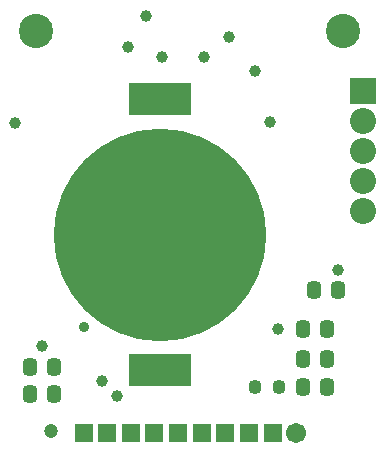
<source format=gbs>
G04 Layer_Color=16711935*
%FSLAX25Y25*%
%MOIN*%
G70*
G01*
G75*
G04:AMPARAMS|DCode=49|XSize=47.37mil|YSize=57.21mil|CornerRadius=13.84mil|HoleSize=0mil|Usage=FLASHONLY|Rotation=0.000|XOffset=0mil|YOffset=0mil|HoleType=Round|Shape=RoundedRectangle|*
%AMROUNDEDRECTD49*
21,1,0.04737,0.02953,0,0,0.0*
21,1,0.01969,0.05721,0,0,0.0*
1,1,0.02769,0.00984,-0.01476*
1,1,0.02769,-0.00984,-0.01476*
1,1,0.02769,-0.00984,0.01476*
1,1,0.02769,0.00984,0.01476*
%
%ADD49ROUNDEDRECTD49*%
%ADD58C,0.11430*%
%ADD59R,0.06312X0.06312*%
%ADD60C,0.06706*%
%ADD61C,0.08674*%
%ADD62R,0.08674X0.08674*%
%ADD63C,0.03950*%
%ADD64C,0.04737*%
%ADD65C,0.70879*%
%ADD66R,0.20879X0.10642*%
G04:AMPARAMS|DCode=67|XSize=39.5mil|YSize=43.43mil|CornerRadius=11.87mil|HoleSize=0mil|Usage=FLASHONLY|Rotation=180.000|XOffset=0mil|YOffset=0mil|HoleType=Round|Shape=RoundedRectangle|*
%AMROUNDEDRECTD67*
21,1,0.03950,0.01969,0,0,180.0*
21,1,0.01575,0.04343,0,0,180.0*
1,1,0.02375,-0.00787,0.00984*
1,1,0.02375,0.00787,0.00984*
1,1,0.02375,0.00787,-0.00984*
1,1,0.02375,-0.00787,-0.00984*
%
%ADD67ROUNDEDRECTD67*%
%ADD68C,0.03556*%
D49*
X100787Y36614D02*
D03*
X108661D02*
D03*
X100787Y46457D02*
D03*
X108661D02*
D03*
X100787Y27165D02*
D03*
X108661D02*
D03*
X104331Y59449D02*
D03*
X112205D02*
D03*
X9843Y33858D02*
D03*
X17717D02*
D03*
X9843Y24803D02*
D03*
X17717D02*
D03*
D58*
X114173Y145866D02*
D03*
X11811D02*
D03*
D59*
X90551Y11909D02*
D03*
X82677D02*
D03*
X74803D02*
D03*
X66929D02*
D03*
X59055D02*
D03*
X51181D02*
D03*
X43307D02*
D03*
X35433D02*
D03*
X27559D02*
D03*
D60*
X98425D02*
D03*
D61*
X120571Y105807D02*
D03*
Y115807D02*
D03*
Y95807D02*
D03*
Y85807D02*
D03*
D62*
Y125807D02*
D03*
D63*
X84646Y132677D02*
D03*
X53543Y137402D02*
D03*
X67716D02*
D03*
X92520Y46457D02*
D03*
X89764Y115748D02*
D03*
X75984Y144095D02*
D03*
X4724Y115354D02*
D03*
X42520Y140551D02*
D03*
X48425Y150787D02*
D03*
X112205Y66142D02*
D03*
X33858Y29134D02*
D03*
X13780Y40945D02*
D03*
X38583Y24409D02*
D03*
D64*
X16535Y12598D02*
D03*
D65*
X53051Y78051D02*
D03*
D66*
Y32972D02*
D03*
Y123130D02*
D03*
D67*
X92646Y27165D02*
D03*
X84646D02*
D03*
D68*
X27559Y47244D02*
D03*
M02*

</source>
